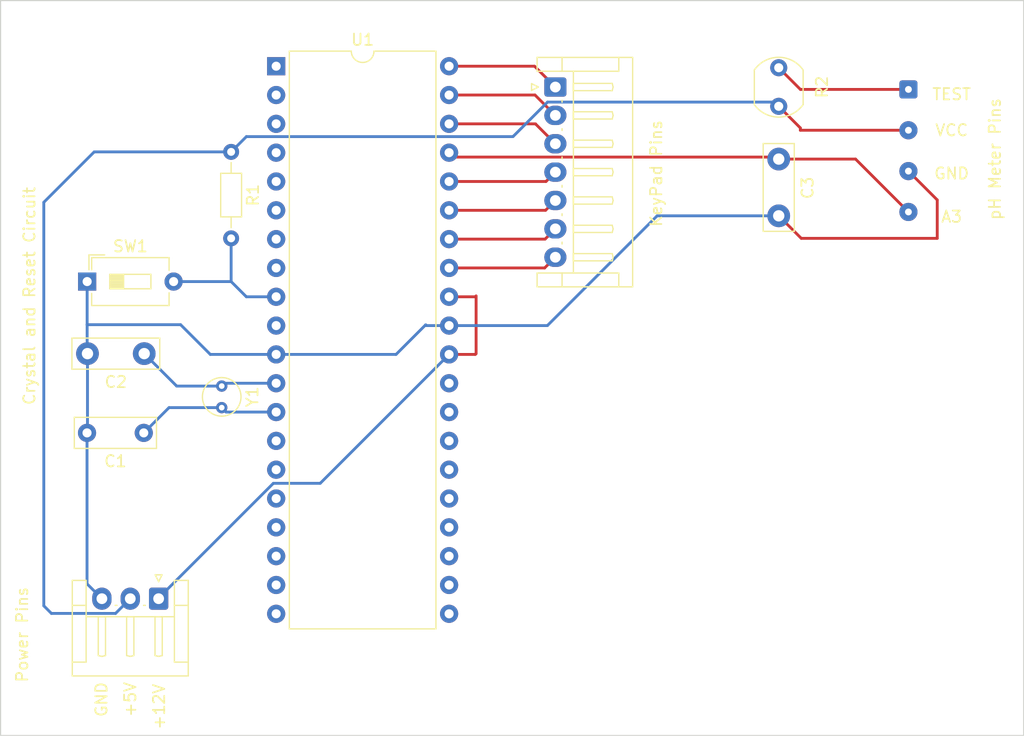
<source format=kicad_pcb>
(kicad_pcb (version 20211014) (generator pcbnew)
  (title_block (title "KEYPad and PH Meter") (date "2022-06-03") (rev "204208F"))
  (layers (0 "F.Cu" signal) (31 "B.Cu" signal) (34 "B.Paste" user) (35 "F.Paste" user) (36 "B.SilkS" user "B.Silkscreen") (37 "F.SilkS" user "F.Silkscreen") (38 "B.Mask" user) (39 "F.Mask" user) (44 "Edge.Cuts" user))
  (net 0 "")
  (net 1 "GND")
  (net 2 "Net-(R1-Pad2)")
  (net 3 "+5V")
  (net 5 "Net-(C2-Pad1)")
  (net 6 "Net-(C1-Pad1)")
  (net 15 "+12V")
  (net 32 "Net-(J3-Pad1)")
  (net 33 "Net-(C3-Pad1)")
  (net 34 "Net-(J2-Pad1)")
  (net 35 "Net-(J2-Pad2)")
  (net 36 "Net-(J2-Pad3)")
  (net 37 "Net-(J2-Pad4)")
  (net 38 "Net-(J2-Pad5)")
  (net 39 "Net-(J2-Pad6)")
  (net 40 "Net-(J2-Pad7)")
  (footprint "Package_DIP:DIP-40_W15.24mm" (layer "F.Cu") (at 123.35 75)
    (fp_text reference "U1" (at 7.62 -2.33) (layer "F.SilkS"))
    (fp_text value "ATmega32L-8P")
    (fp_line (start 14.08 49.59) (end 14.08 -1.33) (layer "F.SilkS") (width 0.12))
    (fp_line (start 14.08 -1.33) (end 8.62 -1.33) (layer "F.SilkS") (width 0.12))
    (fp_line (start 1.16 -1.33) (end 1.16 49.59) (layer "F.SilkS") (width 0.12))
    (fp_line (start 6.62 -1.33) (end 1.16 -1.33) (layer "F.SilkS") (width 0.12))
    (fp_line (start 1.16 49.59) (end 14.08 49.59) (layer "F.SilkS") (width 0.12))
    (fp_arc (start 8.62 -1.33) (mid 7.62 -0.33) (end 6.62 -1.33) (layer "F.SilkS") (width 0.12))
    (pad "1" thru_hole rect (at 0 0) (size 1.6 1.6) (drill 0.8) (layers *.Cu *.Mask))
    (pad "2" thru_hole oval (at 0 2.54) (size 1.6 1.6) (drill 0.8) (layers *.Cu *.Mask))
    (pad "3" thru_hole oval (at 0 5.08) (size 1.6 1.6) (drill 0.8) (layers *.Cu *.Mask))
    (pad "4" thru_hole oval (at 0 7.62) (size 1.6 1.6) (drill 0.8) (layers *.Cu *.Mask))
    (pad "5" thru_hole oval (at 0 10.16) (size 1.6 1.6) (drill 0.8) (layers *.Cu *.Mask))
    (pad "6" thru_hole oval (at 0 12.7) (size 1.6 1.6) (drill 0.8) (layers *.Cu *.Mask))
    (pad "7" thru_hole oval (at 0 15.24) (size 1.6 1.6) (drill 0.8) (layers *.Cu *.Mask))
    (pad "8" thru_hole oval (at 0 17.78) (size 1.6 1.6) (drill 0.8) (layers *.Cu *.Mask))
    (pad "9" thru_hole oval (at 0 20.32) (size 1.6 1.6) (drill 0.8) (layers *.Cu *.Mask) (net 2 "Net-(R1-Pad2)"))
    (pad "10" thru_hole oval (at 0 22.86) (size 1.6 1.6) (drill 0.8) (layers *.Cu *.Mask))
    (pad "11" thru_hole oval (at 0 25.4) (size 1.6 1.6) (drill 0.8) (layers *.Cu *.Mask) (net 1 "GND"))
    (pad "12" thru_hole oval (at 0 27.94) (size 1.6 1.6) (drill 0.8) (layers *.Cu *.Mask) (net 5 "Net-(C2-Pad1)"))
    (pad "13" thru_hole oval (at 0 30.48) (size 1.6 1.6) (drill 0.8) (layers *.Cu *.Mask) (net 6 "Net-(C1-Pad1)"))
    (pad "14" thru_hole oval (at 0 33.02) (size 1.6 1.6) (drill 0.8) (layers *.Cu *.Mask))
    (pad "15" thru_hole oval (at 0 35.56) (size 1.6 1.6) (drill 0.8) (layers *.Cu *.Mask))
    (pad "16" thru_hole oval (at 0 38.1) (size 1.6 1.6) (drill 0.8) (layers *.Cu *.Mask))
    (pad "17" thru_hole oval (at 0 40.64) (size 1.6 1.6) (drill 0.8) (layers *.Cu *.Mask))
    (pad "18" thru_hole oval (at 0 43.18) (size 1.6 1.6) (drill 0.8) (layers *.Cu *.Mask))
    (pad "19" thru_hole oval (at 0 45.72) (size 1.6 1.6) (drill 0.8) (layers *.Cu *.Mask))
    (pad "20" thru_hole oval (at 0 48.26) (size 1.6 1.6) (drill 0.8) (layers *.Cu *.Mask))
    (pad "21" thru_hole oval (at 15.24 48.26) (size 1.6 1.6) (drill 0.8) (layers *.Cu *.Mask))
    (pad "22" thru_hole oval (at 15.24 45.72) (size 1.6 1.6) (drill 0.8) (layers *.Cu *.Mask))
    (pad "23" thru_hole oval (at 15.24 43.18) (size 1.6 1.6) (drill 0.8) (layers *.Cu *.Mask))
    (pad "24" thru_hole oval (at 15.24 40.64) (size 1.6 1.6) (drill 0.8) (layers *.Cu *.Mask))
    (pad "25" thru_hole oval (at 15.24 38.1) (size 1.6 1.6) (drill 0.8) (layers *.Cu *.Mask))
    (pad "26" thru_hole oval (at 15.24 35.56) (size 1.6 1.6) (drill 0.8) (layers *.Cu *.Mask))
    (pad "27" thru_hole oval (at 15.24 33.02) (size 1.6 1.6) (drill 0.8) (layers *.Cu *.Mask))
    (pad "28" thru_hole oval (at 15.24 30.48) (size 1.6 1.6) (drill 0.8) (layers *.Cu *.Mask))
    (pad "29" thru_hole oval (at 15.24 27.94) (size 1.6 1.6) (drill 0.8) (layers *.Cu *.Mask))
    (pad "30" thru_hole oval (at 15.24 25.4) (size 1.6 1.6) (drill 0.8) (layers *.Cu *.Mask) (net 15 "+12V"))
    (pad "31" thru_hole oval (at 15.24 22.86) (size 1.6 1.6) (drill 0.8) (layers *.Cu *.Mask) (net 1 "GND"))
    (pad "32" thru_hole oval (at 15.24 20.32) (size 1.6 1.6) (drill 0.8) (layers *.Cu *.Mask) (net 15 "+12V"))
    (pad "33" thru_hole oval (at 15.24 17.78) (size 1.6 1.6) (drill 0.8) (layers *.Cu *.Mask) (net 40 "Net-(J2-Pad7)"))
    (pad "34" thru_hole oval (at 15.24 15.24) (size 1.6 1.6) (drill 0.8) (layers *.Cu *.Mask) (net 39 "Net-(J2-Pad6)"))
    (pad "35" thru_hole oval (at 15.24 12.7) (size 1.6 1.6) (drill 0.8) (layers *.Cu *.Mask) (net 38 "Net-(J2-Pad5)"))
    (pad "36" thru_hole oval (at 15.24 10.16) (size 1.6 1.6) (drill 0.8) (layers *.Cu *.Mask) (net 37 "Net-(J2-Pad4)"))
    (pad "37" thru_hole oval (at 15.24 7.62) (size 1.6 1.6) (drill 0.8) (layers *.Cu *.Mask) (net 33 "Net-(C3-Pad1)"))
    (pad "38" thru_hole oval (at 15.24 5.08) (size 1.6 1.6) (drill 0.8) (layers *.Cu *.Mask) (net 36 "Net-(J2-Pad3)"))
    (pad "39" thru_hole oval (at 15.24 2.54) (size 1.6 1.6) (drill 0.8) (layers *.Cu *.Mask) (net 35 "Net-(J2-Pad2)"))
    (pad "40" thru_hole oval (at 15.24 0) (size 1.6 1.6) (drill 0.8) (layers *.Cu *.Mask) (net 34 "Net-(J2-Pad1)"))
  )
  (footprint "Capacitor_THT:C_Disc_D7.5mm_W2.5mm_P5.00mm" (layer "F.Cu") (at 111.72 100.33 180)
    (fp_text reference "C2" (at 2.5 -2.5 180) (layer "F.SilkS"))
    (fp_text value "33pF")
    (fp_line (start -1.37 1.37) (end 6.37 1.37) (layer "F.SilkS") (width 0.12))
    (fp_line (start -1.37 -1.37) (end -1.37 1.37) (layer "F.SilkS") (width 0.12))
    (fp_line (start -1.37 -1.37) (end 6.37 -1.37) (layer "F.SilkS") (width 0.12))
    (fp_line (start 6.37 -1.37) (end 6.37 1.37) (layer "F.SilkS") (width 0.12))
    (pad "1" thru_hole circle (at 0 0 180) (size 2 2) (drill 1) (layers *.Cu *.Mask) (net 5 "Net-(C2-Pad1)"))
    (pad "2" thru_hole circle (at 5 0 180) (size 2 2) (drill 1) (layers *.Cu *.Mask) (net 1 "GND"))
  )
  (footprint "Capacitor_THT:C_Disc_D7.0mm_W2.5mm_P5.00mm" (layer "F.Cu") (at 111.68 107.315 180)
    (fp_text reference "C1" (at 2.5 -2.5 180) (layer "F.SilkS"))
    (fp_text value "33pF")
    (fp_line (start -1.12 -1.37) (end 6.12 -1.37) (layer "F.SilkS") (width 0.12))
    (fp_line (start -1.12 -1.37) (end -1.12 1.37) (layer "F.SilkS") (width 0.12))
    (fp_line (start -1.12 1.37) (end 6.12 1.37) (layer "F.SilkS") (width 0.12))
    (fp_line (start 6.12 -1.37) (end 6.12 1.37) (layer "F.SilkS") (width 0.12))
    (pad "1" thru_hole circle (at 0 0 180) (size 1.6 1.6) (drill 0.8) (layers *.Cu *.Mask) (net 6 "Net-(C1-Pad1)"))
    (pad "2" thru_hole circle (at 5 0 180) (size 1.6 1.6) (drill 0.8) (layers *.Cu *.Mask) (net 1 "GND"))
  )
  (footprint "Capacitor_THT:C_Disc_D7.5mm_W2.5mm_P5.00mm" (layer "F.Cu") (at 167.64 83.185 -90)
    (fp_text reference "C3" (at 2.54 -2.54 90) (layer "F.SilkS"))
    (fp_text value "100uF")
    (fp_line (start 6.37 -1.37) (end 6.37 1.37) (layer "F.SilkS") (width 0.12))
    (fp_line (start -1.37 1.37) (end 6.37 1.37) (layer "F.SilkS") (width 0.12))
    (fp_line (start -1.37 -1.37) (end 6.37 -1.37) (layer "F.SilkS") (width 0.12))
    (fp_line (start -1.37 -1.37) (end -1.37 1.37) (layer "F.SilkS") (width 0.12))
    (pad "1" thru_hole circle (at 0 0 270) (size 2 2) (drill 1) (layers *.Cu *.Mask) (net 33 "Net-(C3-Pad1)"))
    (pad "2" thru_hole circle (at 5 0 270) (size 2 2) (drill 1) (layers *.Cu *.Mask) (net 1 "GND"))
  )
  (footprint "Connector_JST:JST_EH_S7B-EH_1x07_P2.50mm_Horizontal" (layer "F.Cu") (at 147.955 76.835 -90)
    (fp_text reference "J2")
    (fp_text value "Conn_01x07_Female")
    (fp_line (start 4.68 -1.59) (end 4.68 -5.01) (layer "F.SilkS") (width 0.12))
    (fp_line (start 10.32 -5.01) (end 10.32 -1.59) (layer "F.SilkS") (width 0.12))
    (fp_line (start 10 -1.59) (end 9.68 -1.59) (layer "F.SilkS") (width 0.12))
    (fp_line (start -2.61 -6.81) (end 17.61 -6.81) (layer "F.SilkS") (width 0.12))
    (fp_line (start 7.18 -1.59) (end 7.18 -5.01) (layer "F.SilkS") (width 0.12))
    (fp_line (start 12.82 -5.01) (end 12.82 -1.59) (layer "F.SilkS") (width 0.12))
    (fp_line (start 0 1.5) (end -0.3 2.1) (layer "F.SilkS") (width 0.12))
    (fp_line (start 3.67 -0.59) (end 3.83 -0.59) (layer "F.SilkS") (width 0.12))
    (fp_line (start 4.68 -5.01) (end 5 -5.09) (layer "F.SilkS") (width 0.12))
    (fp_line (start 12.82 -1.59) (end 12.5 -1.59) (layer "F.SilkS") (width 0.12))
    (fp_line (start 2.82 -1.59) (end 2.5 -1.59) (layer "F.SilkS") (width 0.12))
    (fp_line (start -1.39 -0.59) (end -1.39 1.61) (layer "F.SilkS") (width 0.12))
    (fp_line (start -0.32 -1.59) (end -0.32 -5.01) (layer "F.SilkS") (width 0.12))
    (fp_line (start 17.61 1.61) (end 16.39 1.61) (layer "F.SilkS") (width 0.12))
    (fp_line (start 16.39 -0.59) (end 17.61 -0.59) (layer "F.SilkS") (width 0.12))
    (fp_line (start 16.39 -5.59) (end 16.39 -0.59) (layer "F.SilkS") (width 0.12))
    (fp_line (start 2.5 -1.59) (end 2.18 -1.59) (layer "F.SilkS") (width 0.12))
    (fp_line (start 7.5 -1.59) (end 7.18 -1.59) (layer "F.SilkS") (width 0.12))
    (fp_line (start 2.18 -5.01) (end 2.5 -5.09) (layer "F.SilkS") (width 0.12))
    (fp_line (start 5 -5.09) (end 5.32 -5.01) (layer "F.SilkS") (width 0.12))
    (fp_line (start -2.61 1.61) (end -2.61 -6.81) (layer "F.SilkS") (width 0.12))
    (fp_line (start 8.67 -0.59) (end 8.83 -0.59) (layer "F.SilkS") (width 0.12))
    (fp_line (start 0.3 2.1) (end 0 1.5) (layer "F.SilkS") (width 0.12))
    (fp_line (start 12.18 -5.01) (end 12.5 -5.09) (layer "F.SilkS") (width 0.12))
    (fp_line (start 14.68 -1.59) (end 14.68 -5.01) (layer "F.SilkS") (width 0.12))
    (fp_line (start 0.32 -5.01) (end 0.32 -1.59) (layer "F.SilkS") (width 0.12))
    (fp_line (start 2.82 -5.01) (end 2.82 -1.59) (layer "F.SilkS") (width 0.12))
    (fp_line (start -2.61 -5.59) (end -1.39 -5.59) (layer "F.SilkS") (width 0.12))
    (fp_line (start 11.17 -0.59) (end 11.33 -0.59) (layer "F.SilkS") (width 0.12))
    (fp_line (start 9.68 -1.59) (end 9.68 -5.01) (layer "F.SilkS") (width 0.12))
    (fp_line (start -1.39 -0.59) (end -2.61 -0.59) (layer "F.SilkS") (width 0.12))
    (fp_line (start 2.18 -1.59) (end 2.18 -5.01) (layer "F.SilkS") (width 0.12))
    (fp_line (start 17.61 -6.81) (end 17.61 1.61) (layer "F.SilkS") (width 0.12))
    (fp_line (start 13.67 -0.59) (end 13.83 -0.59) (layer "F.SilkS") (width 0.12))
    (fp_line (start -1.39 -5.59) (end -1.39 -0.59) (layer "F.SilkS") (width 0.12))
    (fp_line (start 2.5 -5.09) (end 2.82 -5.01) (layer "F.SilkS") (width 0.12))
    (fp_line (start 12.5 -5.09) (end 12.82 -5.01) (layer "F.SilkS") (width 0.12))
    (fp_line (start -0.32 -5.01) (end 0 -5.09) (layer "F.SilkS") (width 0.12))
    (fp_line (start 15 -1.59) (end 14.68 -1.59) (layer "F.SilkS") (width 0.12))
    (fp_line (start -1.39 1.61) (end -2.61 1.61) (layer "F.SilkS") (width 0.12))
    (fp_line (start 7.18 -5.01) (end 7.5 -5.09) (layer "F.SilkS") (width 0.12))
    (fp_line (start 10 -5.09) (end 10.32 -5.01) (layer "F.SilkS") (width 0.12))
    (fp_line (start 10.32 -1.59) (end 10 -1.59) (layer "F.SilkS") (width 0.12))
    (fp_line (start 5.32 -5.01) (end 5.32 -1.59) (layer "F.SilkS") (width 0.12))
    (fp_line (start 9.68 -5.01) (end 10 -5.09) (layer "F.SilkS") (width 0.12))
    (fp_line (start 0.32 -1.59) (end 0 -1.59) (layer "F.SilkS") (width 0.12))
    (fp_line (start 0 -1.59) (end -0.32 -1.59) (layer "F.SilkS") (width 0.12))
    (fp_line (start 15.32 -5.01) (end 15.32 -1.59) (layer "F.SilkS") (width 0.12))
    (fp_line (start 17.61 -5.59) (end 16.39 -5.59) (layer "F.SilkS") (width 0.12))
    (fp_line (start 7.82 -1.59) (end 7.5 -1.59) (layer "F.SilkS") (width 0.12))
    (fp_line (start 7.5 -5.09) (end 7.82 -5.01) (layer "F.SilkS") (width 0.12))
    (fp_line (start 14.68 -5.01) (end 15 -5.09) (layer "F.SilkS") (width 0.12))
    (fp_line (start 15 -5.09) (end 15.32 -5.01) (layer "F.SilkS") (width 0.12))
    (fp_line (start -0.3 2.1) (end 0.3 2.1) (layer "F.SilkS") (width 0.12))
    (fp_line (start 5.32 -1.59) (end 5 -1.59) (layer "F.SilkS") (width 0.12))
    (fp_line (start 5 -1.59) (end 4.68 -1.59) (layer "F.SilkS") (width 0.12))
    (fp_line (start 1.17 -0.59) (end 1.33 -0.59) (layer "F.SilkS") (width 0.12))
    (fp_line (start 6.17 -0.59) (end 6.33 -0.59) (layer "F.SilkS") (width 0.12))
    (fp_line (start 16.39 1.61) (end 16.39 -0.59) (layer "F.SilkS") (width 0.12))
    (fp_line (start 12.5 -1.59) (end 12.18 -1.59) (layer "F.SilkS") (width 0.12))
    (fp_line (start 15.32 -1.59) (end 15 -1.59) (layer "F.SilkS") (width 0.12))
    (fp_line (start 0 -5.09) (end 0.32 -5.01) (layer "F.SilkS") (width 0.12))
    (fp_line (start -1.39 -1.59) (end 16.39 -1.59) (layer "F.SilkS") (width 0.12))
    (fp_line (start 7.82 -5.01) (end 7.82 -1.59) (layer "F.SilkS") (width 0.12))
    (fp_line (start 12.18 -1.59) (end 12.18 -5.01) (layer "F.SilkS") (width 0.12))
    (pad "1" thru_hole roundrect (at 0 0 270) (size 1.7 1.95) (drill 0.95) (layers *.Cu *.Mask) (roundrect_rratio 0.147059) (net 34 "Net-(J2-Pad1)"))
    (pad "2" thru_hole oval (at 2.5 0 270) (size 1.7 1.95) (drill 0.95) (layers *.Cu *.Mask) (net 35 "Net-(J2-Pad2)"))
    (pad "3" thru_hole oval (at 5 0 270) (size 1.7 1.95) (drill 0.95) (layers *.Cu *.Mask) (net 36 "Net-(J2-Pad3)"))
    (pad "4" thru_hole oval (at 7.5 0 270) (size 1.7 1.95) (drill 0.95) (layers *.Cu *.Mask) (net 37 "Net-(J2-Pad4)"))
    (pad "5" thru_hole oval (at 10 0 270) (size 1.7 1.95) (drill 0.95) (layers *.Cu *.Mask) (net 38 "Net-(J2-Pad5)"))
    (pad "6" thru_hole oval (at 12.5 0 270) (size 1.7 1.95) (drill 0.95) (layers *.Cu *.Mask) (net 39 "Net-(J2-Pad6)"))
    (pad "7" thru_hole oval (at 15 0 270) (size 1.7 1.95) (drill 0.95) (layers *.Cu *.Mask) (net 40 "Net-(J2-Pad7)"))
  )
  (footprint "Resistor_THT:R_Axial_DIN0204_L3.6mm_D1.6mm_P7.62mm_Horizontal" (layer "F.Cu") (at 119.38 82.55 -90)
    (fp_text reference "R1" (at 3.81 -1.92 90) (layer "F.SilkS"))
    (fp_text value "100k")
    (fp_line (start 1.89 -0.92) (end 1.89 0.92) (layer "F.SilkS") (width 0.12))
    (fp_line (start 5.73 -0.92) (end 1.89 -0.92) (layer "F.SilkS") (width 0.12))
    (fp_line (start 6.68 0) (end 5.73 0) (layer "F.SilkS") (width 0.12))
    (fp_line (start 0.94 0) (end 1.89 0) (layer "F.SilkS") (width 0.12))
    (fp_line (start 5.73 0.92) (end 5.73 -0.92) (layer "F.SilkS") (width 0.12))
    (fp_line (start 1.89 0.92) (end 5.73 0.92) (layer "F.SilkS") (width 0.12))
    (pad "1" thru_hole circle (at 0 0 270) (size 1.4 1.4) (drill 0.7) (layers *.Cu *.Mask) (net 3 "+5V"))
    (pad "2" thru_hole oval (at 7.62 0 270) (size 1.4 1.4) (drill 0.7) (layers *.Cu *.Mask) (net 2 "Net-(R1-Pad2)"))
  )
  (footprint "Connector_Wire:SolderWire-0.1sqmm_1x04_P3.6mm_D0.4mm_OD1mm" (layer "F.Cu") (at 179.07 77.045 -90)
    (fp_text reference "J3")
    (fp_text value "Conn_01x04_Female")
    (pad "1" thru_hole roundrect (at 0 0 270) (size 1.6 1.6) (drill 0.6) (layers *.Cu *.Mask) (roundrect_rratio 0.15625) (net 32 "Net-(J3-Pad1)"))
    (pad "2" thru_hole circle (at 3.6 0 270) (size 1.6 1.6) (drill 0.6) (layers *.Cu *.Mask) (net 3 "+5V"))
    (pad "3" thru_hole circle (at 7.2 0 270) (size 1.6 1.6) (drill 0.6) (layers *.Cu *.Mask) (net 1 "GND"))
    (pad "4" thru_hole circle (at 10.8 0 270) (size 1.6 1.6) (drill 0.6) (layers *.Cu *.Mask) (net 33 "Net-(C3-Pad1)"))
  )
  (footprint "Connector_JST:JST_EH_S3B-EH_1x03_P2.50mm_Horizontal" (layer "F.Cu") (at 112.99 121.9275 180)
    (fp_text reference "J1")
    (fp_text value "Conn_01x03_Female")
    (fp_line (start 2.5 -5.09) (end 2.82 -5.01) (layer "F.SilkS") (width 0.12))
    (fp_line (start 4.68 -5.01) (end 5 -5.09) (layer "F.SilkS") (width 0.12))
    (fp_line (start 6.39 1.61) (end 6.39 -0.59) (layer "F.SilkS") (width 0.12))
    (fp_line (start 7.61 -5.59) (end 6.39 -5.59) (layer "F.SilkS") (width 0.12))
    (fp_line (start 0 -1.59) (end -0.32 -1.59) (layer "F.SilkS") (width 0.12))
    (fp_line (start 2.82 -5.01) (end 2.82 -1.59) (layer "F.SilkS") (width 0.12))
    (fp_line (start 2.18 -1.59) (end 2.18 -5.01) (layer "F.SilkS") (width 0.12))
    (fp_line (start 2.18 -5.01) (end 2.5 -5.09) (layer "F.SilkS") (width 0.12))
    (fp_line (start -2.61 -5.59) (end -1.39 -5.59) (layer "F.SilkS") (width 0.12))
    (fp_line (start 6.39 -5.59) (end 6.39 -0.59) (layer "F.SilkS") (width 0.12))
    (fp_line (start 5.32 -1.59) (end 5 -1.59) (layer "F.SilkS") (width 0.12))
    (fp_line (start 0.32 -5.01) (end 0.32 -1.59) (layer "F.SilkS") (width 0.12))
    (fp_line (start 3.67 -0.59) (end 3.83 -0.59) (layer "F.SilkS") (width 0.12))
    (fp_line (start -1.39 -0.59) (end -1.39 1.61) (layer "F.SilkS") (width 0.12))
    (fp_line (start 4.68 -1.59) (end 4.68 -5.01) (layer "F.SilkS") (width 0.12))
    (fp_line (start 0.3 2.1) (end 0 1.5) (layer "F.SilkS") (width 0.12))
    (fp_line (start 0 1.5) (end -0.3 2.1) (layer "F.SilkS") (width 0.12))
    (fp_line (start 6.39 -0.59) (end 7.61 -0.59) (layer "F.SilkS") (width 0.12))
    (fp_line (start 2.82 -1.59) (end 2.5 -1.59) (layer "F.SilkS") (width 0.12))
    (fp_line (start 1.17 -0.59) (end 1.33 -0.59) (layer "F.SilkS") (width 0.12))
    (fp_line (start 5 -5.09) (end 5.32 -5.01) (layer "F.SilkS") (width 0.12))
    (fp_line (start -1.39 -1.59) (end 6.39 -1.59) (layer "F.SilkS") (width 0.12))
    (fp_line (start 5 -1.59) (end 4.68 -1.59) (layer "F.SilkS") (width 0.12))
    (fp_line (start -0.32 -1.59) (end -0.32 -5.01) (layer "F.SilkS") (width 0.12))
    (fp_line (start 5.32 -5.01) (end 5.32 -1.59) (layer "F.SilkS") (width 0.12))
    (fp_line (start -1.39 -0.59) (end -2.61 -0.59) (layer "F.SilkS") (width 0.12))
    (fp_line (start -0.3 2.1) (end 0.3 2.1) (layer "F.SilkS") (width 0.12))
    (fp_line (start -1.39 -5.59) (end -1.39 -0.59) (layer "F.SilkS") (width 0.12))
    (fp_line (start 7.61 1.61) (end 6.39 1.61) (layer "F.SilkS") (width 0.12))
    (fp_line (start -2.61 -6.81) (end 7.61 -6.81) (layer "F.SilkS") (width 0.12))
    (fp_line (start 0.32 -1.59) (end 0 -1.59) (layer "F.SilkS") (width 0.12))
    (fp_line (start -1.39 1.61) (end -2.61 1.61) (layer "F.SilkS") (width 0.12))
    (fp_line (start 0 -5.09) (end 0.32 -5.01) (layer "F.SilkS") (width 0.12))
    (fp_line (start 2.5 -1.59) (end 2.18 -1.59) (layer "F.SilkS") (width 0.12))
    (fp_line (start -2.61 1.61) (end -2.61 -6.81) (layer "F.SilkS") (width 0.12))
    (fp_line (start -0.32 -5.01) (end 0 -5.09) (layer "F.SilkS") (width 0.12))
    (fp_line (start 7.61 -6.81) (end 7.61 1.61) (layer "F.SilkS") (width 0.12))
    (pad "1" thru_hole roundrect (at 0 0 180) (size 1.7 1.95) (drill 0.95) (layers *.Cu *.Mask) (roundrect_rratio 0.147059) (net 15 "+12V"))
    (pad "2" thru_hole oval (at 2.5 0 180) (size 1.7 1.95) (drill 0.95) (layers *.Cu *.Mask) (net 3 "+5V"))
    (pad "3" thru_hole oval (at 5 0 180) (size 1.7 1.95) (drill 0.95) (layers *.Cu *.Mask) (net 1 "GND"))
  )
  (footprint "Crystal:Crystal_C38-LF_D3.0mm_L8.0mm_Vertical" (layer "F.Cu") (at 118.55 103.19 -90)
    (fp_text reference "Y1" (at 0.95 -2.7 -90) (layer "F.SilkS"))
    (fp_text value "16mhZ")
    (fp_arc (start -0.75 0) (mid 0.95 -1.7) (end 2.65 0) (layer "F.SilkS") (width 0.12))
    (fp_arc (start 2.65 0) (mid 0.95 1.7) (end -0.75 0) (layer "F.SilkS") (width 0.12))
    (pad "1" thru_hole circle (at 0 0 270) (size 1 1) (drill 0.5) (layers *.Cu *.Mask) (net 5 "Net-(C2-Pad1)"))
    (pad "2" thru_hole circle (at 1.9 0 270) (size 1 1) (drill 0.5) (layers *.Cu *.Mask) (net 6 "Net-(C1-Pad1)"))
  )
  (footprint "OptoDevice:R_LDR_5.1x4.3mm_P3.4mm_Vertical" (layer "F.Cu") (at 167.64 78.535 90)
    (fp_text reference "R2" (at 1.7 3.81 90) (layer "F.SilkS"))
    (fp_text value "R_Variable_US")
    (fp_line (start 0.15 -2.15) (end 3.2 -2.15) (layer "F.SilkS") (width 0.12))
    (fp_line (start 0.15 2.15) (end 3.2 2.15) (layer "F.SilkS") (width 0.12))
    (fp_arc (start 3.2 -2.15) (mid 4.321403 -0.027338) (end 3.244513 2.118249) (layer "F.SilkS") (width 0.12))
    (fp_arc (start 0.15 2.15) (mid -0.950438 -0.013368) (end 0.171766 -2.165525) (layer "F.SilkS") (width 0.12))
    (pad "1" thru_hole circle (at 0 0 90) (size 1.5 1.5) (drill 0.8) (layers *.Cu *.Mask) (net 3 "+5V"))
    (pad "2" thru_hole circle (at 3.4 0 90) (size 1.5 1.5) (drill 0.8) (layers *.Cu *.Mask) (net 32 "Net-(J3-Pad1)"))
  )
  (footprint "Button_Switch_THT:SW_DIP_SPSTx01_Slide_6.7x4.1mm_W7.62mm_P2.54mm_LowProfile" (layer "F.Cu") (at 106.69 93.98)
    (fp_text reference "SW1" (at 3.81 -3.11) (layer "F.SilkS"))
    (fp_text value "SW_DIP_x01")
    (fp_line (start 2 -0.035) (end 3.206667 -0.035) (layer "F.SilkS") (width 0.12))
    (fp_line (start 2 0.085) (end 3.206667 0.085) (layer "F.SilkS") (width 0.12))
    (fp_line (start 2 0.325) (end 3.206667 0.325) (layer "F.SilkS") (width 0.12))
    (fp_line (start 2 -0.635) (end 2 0.635) (layer "F.SilkS") (width 0.12))
    (fp_line (start 0.4 2.11) (end 7.221 2.11) (layer "F.SilkS") (width 0.12))
    (fp_line (start 3.206667 -0.635) (end 3.206667 0.635) (layer "F.SilkS") (width 0.12))
    (fp_line (start 2 0.565) (end 3.206667 0.565) (layer "F.SilkS") (width 0.12))
    (fp_line (start 2 -0.275) (end 3.206667 -0.275) (layer "F.SilkS") (width 0.12))
    (fp_line (start 7.221 -2.11) (end 7.221 -0.99) (layer "F.SilkS") (width 0.12))
    (fp_line (start 0.4 -2.11) (end 0.4 -1.04) (layer "F.SilkS") (width 0.12))
    (fp_line (start 0.4 -2.11) (end 7.221 -2.11) (layer "F.SilkS") (width 0.12))
    (fp_line (start 0.4 1.04) (end 0.4 2.11) (layer "F.SilkS") (width 0.12))
    (fp_line (start 2 0.205) (end 3.206667 0.205) (layer "F.SilkS") (width 0.12))
    (fp_line (start 5.62 0.635) (end 5.62 -0.635) (layer "F.SilkS") (width 0.12))
    (fp_line (start 2 0.635) (end 5.62 0.635) (layer "F.SilkS") (width 0.12))
    (fp_line (start 0.16 -2.35) (end 1.543 -2.35) (layer "F.SilkS") (width 0.12))
    (fp_line (start 2 -0.515) (end 3.206667 -0.515) (layer "F.SilkS") (width 0.12))
    (fp_line (start 2 -0.155) (end 3.206667 -0.155) (layer "F.SilkS") (width 0.12))
    (fp_line (start 7.221 0.99) (end 7.221 2.11) (layer "F.SilkS") (width 0.12))
    (fp_line (start 2 0.445) (end 3.206667 0.445) (layer "F.SilkS") (width 0.12))
    (fp_line (start 2 -0.395) (end 3.206667 -0.395) (layer "F.SilkS") (width 0.12))
    (fp_line (start 5.62 -0.635) (end 2 -0.635) (layer "F.SilkS") (width 0.12))
    (fp_line (start 0.16 -2.35) (end 0.16 -1.04) (layer "F.SilkS") (width 0.12))
    (pad "1" thru_hole rect (at 0 0) (size 1.6 1.6) (drill 0.8) (layers *.Cu *.Mask) (net 1 "GND"))
    (pad "2" thru_hole oval (at 7.62 0) (size 1.6 1.6) (drill 0.8) (layers *.Cu *.Mask) (net 2 "Net-(R1-Pad2)"))
  )
  (gr_rect (start 99.06 69.215) (end 189.23 133.985) (layer "Edge.Cuts") (width 0.1) (fill none))
  (gr_text "Power Pins" (at 100.965 125.095 90) (layer "F.SilkS") (effects (font (size 1 1))))
  (gr_text "+12V" (at 113.03 131.445 90) (layer "F.SilkS") (effects (font (size 1 1))))
  (gr_text "VCC" (at 182.88 80.645) (layer "F.SilkS") (effects (font (size 1 1))))
  (gr_text "GND" (at 182.88 84.455) (layer "F.SilkS") (effects (font (size 1 1))))
  (gr_text "TEST" (at 182.88 77.47) (layer "F.SilkS") (effects (font (size 1 1))))
  (gr_text "Crystal and Reset Circuit" (at 101.6 95.25 90) (layer "F.SilkS") (effects (font (size 1 1))))
  (gr_text "pH Meter Pins" (at 186.69 83.185 90) (layer "F.SilkS") (effects (font (size 1 1))))
  (gr_text "KeyPad Pins" (at 156.845 84.455 90) (layer "F.SilkS") (effects (font (size 1 1))))
  (gr_text "GND" (at 107.95 130.81 90) (layer "F.SilkS") (effects (font (size 1 1))))
  (gr_text "A3" (at 182.88 88.265) (layer "F.SilkS") (effects (font (size 1 1))))
  (gr_text "+5V" (at 110.49 130.81 90) (layer "F.SilkS") (effects (font (size 1 1))))
  (segment (start 169.625 90.17) (end 181.61 90.17) (width 0.25) (layer "F.Cu") (net 1))
  (segment (start 181.61 86.785) (end 179.07 84.245) (width 0.25) (layer "F.Cu") (net 1))
  (segment (start 181.61 90.17) (end 181.61 86.785) (width 0.25) (layer "F.Cu") (net 1))
  (segment (start 167.64 88.185) (end 169.625 90.17) (width 0.25) (layer "F.Cu") (net 1))
  (segment (start 117.545 100.4) (end 114.925 97.78) (width 0.25) (layer "B.Cu") (net 1))
  (segment (start 106.69 97.78) (end 106.69 100.3) (width 0.25) (layer "B.Cu") (net 1))
  (segment (start 106.68 107.315) (end 106.68 120.6175) (width 0.25) (layer "B.Cu") (net 1))
  (segment (start 133.915 100.4) (end 136.525 97.79) (width 0.25) (layer "B.Cu") (net 1))
  (segment (start 106.69 100.3) (end 106.72 100.33) (width 0.25) (layer "B.Cu") (net 1))
  (segment (start 114.925 97.78) (end 106.69 97.78) (width 0.25) (layer "B.Cu") (net 1))
  (segment (start 106.72 100.33) (end 106.72 107.275) (width 0.25) (layer "B.Cu") (net 1))
  (segment (start 106.68 120.6175) (end 107.99 121.9275) (width 0.25) (layer "B.Cu") (net 1))
  (segment (start 138.59 97.86) (end 147.25 97.86) (width 0.25) (layer "B.Cu") (net 1))
  (segment (start 156.925 88.185) (end 167.64 88.185) (width 0.25) (layer "B.Cu") (net 1))
  (segment (start 123.35 100.4) (end 133.915 100.4) (width 0.25) (layer "B.Cu") (net 1))
  (segment (start 136.525 97.79) (end 136.595 97.86) (width 0.25) (layer "B.Cu") (net 1))
  (segment (start 147.25 97.86) (end 156.925 88.185) (width 0.25) (layer "B.Cu") (net 1))
  (segment (start 106.72 107.275) (end 106.68 107.315) (width 0.25) (layer "B.Cu") (net 1))
  (segment (start 123.35 100.4) (end 117.545 100.4) (width 0.25) (layer "B.Cu") (net 1))
  (segment (start 106.69 93.98) (end 106.69 97.78) (width 0.25) (layer "B.Cu") (net 1))
  (segment (start 136.595 97.86) (end 138.59 97.86) (width 0.25) (layer "B.Cu") (net 1))
  (segment (start 120.72 95.32) (end 123.35 95.32) (width 0.25) (layer "B.Cu") (net 2))
  (segment (start 119.38 90.17) (end 119.38 93.98) (width 0.25) (layer "B.Cu") (net 2))
  (segment (start 119.38 93.98) (end 114.31 93.98) (width 0.25) (layer "B.Cu") (net 2))
  (segment (start 119.38 93.98) (end 120.72 95.32) (width 0.25) (layer "B.Cu") (net 2))
  (segment (start 169.545 80.645) (end 179.07 80.645) (width 0.25) (layer "F.Cu") (net 3))
  (segment (start 167.64 78.535) (end 169.545 80.44) (width 0.25) (layer "F.Cu") (net 3))
  (segment (start 169.545 80.44) (end 169.545 80.645) (width 0.25) (layer "F.Cu") (net 3))
  (segment (start 107.315 82.55) (end 119.38 82.55) (width 0.25) (layer "B.Cu") (net 3))
  (segment (start 109.19048 123.22702) (end 103.54202 123.22702) (width 0.25) (layer "B.Cu") (net 3))
  (segment (start 147.26452 78.16048) (end 167.26548 78.16048) (width 0.25) (layer "B.Cu") (net 3))
  (segment (start 102.87 122.555) (end 102.87 86.995) (width 0.25) (layer "B.Cu") (net 3))
  (segment (start 144.220489 81.204511) (end 147.26452 78.16048) (width 0.25) (layer "B.Cu") (net 3))
  (segment (start 120.725489 81.204511) (end 144.220489 81.204511) (width 0.25) (layer "B.Cu") (net 3))
  (segment (start 103.54202 123.22702) (end 102.87 122.555) (width 0.25) (layer "B.Cu") (net 3))
  (segment (start 167.26548 78.16048) (end 167.64 78.535) (width 0.25) (layer "B.Cu") (net 3))
  (segment (start 102.87 86.995) (end 107.315 82.55) (width 0.25) (layer "B.Cu") (net 3))
  (segment (start 119.38 82.55) (end 120.725489 81.204511) (width 0.25) (layer "B.Cu") (net 3))
  (segment (start 110.49 121.9275) (end 109.19048 123.22702) (width 0.25) (layer "B.Cu") (net 3))
  (segment (start 123.1 103.19) (end 123.35 102.94) (width 0.25) (layer "F.Cu") (net 5))
  (segment (start 123.35 102.94) (end 118.8 102.94) (width 0.25) (layer "B.Cu") (net 5))
  (segment (start 118.55 103.19) (end 114.58 103.19) (width 0.25) (layer "B.Cu") (net 5))
  (segment (start 118.8 102.94) (end 118.55 103.19) (width 0.25) (layer "B.Cu") (net 5))
  (segment (start 114.58 103.19) (end 111.72 100.33) (width 0.25) (layer "B.Cu") (net 5))
  (segment (start 122.96 105.09) (end 123.35 105.48) (width 0.25) (layer "F.Cu") (net 6))
  (segment (start 113.905 105.09) (end 111.68 107.315) (width 0.25) (layer "B.Cu") (net 6))
  (segment (start 118.94 105.48) (end 118.55 105.09) (width 0.25) (layer "B.Cu") (net 6))
  (segment (start 123.35 105.48) (end 118.94 105.48) (width 0.25) (layer "B.Cu") (net 6))
  (segment (start 118.55 105.09) (end 113.905 105.09) (width 0.25) (layer "B.Cu") (net 6))
  (segment (start 140.97 95.25) (end 140.9 95.32) (width 0.25) (layer "F.Cu") (net 15))
  (segment (start 138.59 100.4) (end 140.9 100.4) (width 0.25) (layer "F.Cu") (net 15))
  (segment (start 140.97 100.33) (end 140.97 95.25) (width 0.25) (layer "F.Cu") (net 15))
  (segment (start 140.9 95.32) (end 138.59 95.32) (width 0.25) (layer "F.Cu") (net 15))
  (segment (start 140.9 100.4) (end 140.97 100.33) (width 0.25) (layer "F.Cu") (net 15))
  (segment (start 123.0997 111.76) (end 127.23 111.76) (width 0.25) (layer "B.Cu") (net 15))
  (segment (start 112.99 121.8697) (end 123.0997 111.76) (width 0.25) (layer "B.Cu") (net 15))
  (segment (start 112.99 121.9275) (end 112.99 121.8697) (width 0.25) (layer "B.Cu") (net 15))
  (segment (start 127.23 111.76) (end 138.59 100.4) (width 0.25) (layer "B.Cu") (net 15))
  (segment (start 169.55 77.045) (end 179.07 77.045) (width 0.25) (layer "F.Cu") (net 32))
  (segment (start 167.64 75.135) (end 169.55 77.045) (width 0.25) (layer "F.Cu") (net 32))
  (segment (start 174.41 83.185) (end 179.07 87.845) (width 0.25) (layer "F.Cu") (net 33))
  (segment (start 138.59 82.62) (end 138.97952 83.00952) (width 0.25) (layer "F.Cu") (net 33))
  (segment (start 167.46452 83.00952) (end 167.64 83.185) (width 0.25) (layer "F.Cu") (net 33))
  (segment (start 138.97952 83.00952) (end 167.46452 83.00952) (width 0.25) (layer "F.Cu") (net 33))
  (segment (start 167.64 83.185) (end 174.41 83.185) (width 0.25) (layer "F.Cu") (net 33))
  (segment (start 138.59 75) (end 146.12 75) (width 0.25) (layer "F.Cu") (net 34))
  (segment (start 146.12 75) (end 147.955 76.835) (width 0.25) (layer "F.Cu") (net 34))
  (segment (start 146.16 77.54) (end 147.955 79.335) (width 0.25) (layer "F.Cu") (net 35))
  (segment (start 138.59 77.54) (end 146.16 77.54) (width 0.25) (layer "F.Cu") (net 35))
  (segment (start 146.2 80.08) (end 147.955 81.835) (width 0.25) (layer "F.Cu") (net 36))
  (segment (start 138.59 80.08) (end 146.2 80.08) (width 0.25) (layer "F.Cu") (net 36))
  (segment (start 147.13 85.16) (end 147.955 84.335) (width 0.25) (layer "F.Cu") (net 37))
  (segment (start 138.59 85.16) (end 147.13 85.16) (width 0.25) (layer "F.Cu") (net 37))
  (segment (start 138.59 87.7) (end 147.09 87.7) (width 0.25) (layer "F.Cu") (net 38))
  (segment (start 147.09 87.7) (end 147.955 86.835) (width 0.25) (layer "F.Cu") (net 38))
  (segment (start 138.59 90.24) (end 147.05 90.24) (width 0.25) (layer "F.Cu") (net 39))
  (segment (start 147.05 90.24) (end 147.955 89.335) (width 0.25) (layer "F.Cu") (net 39))
  (segment (start 138.59 92.78) (end 147.01 92.78) (width 0.25) (layer "F.Cu") (net 40))
  (segment (start 147.01 92.78) (end 147.955 91.835) (width 0.25) (layer "F.Cu") (net 40))
)
</source>
